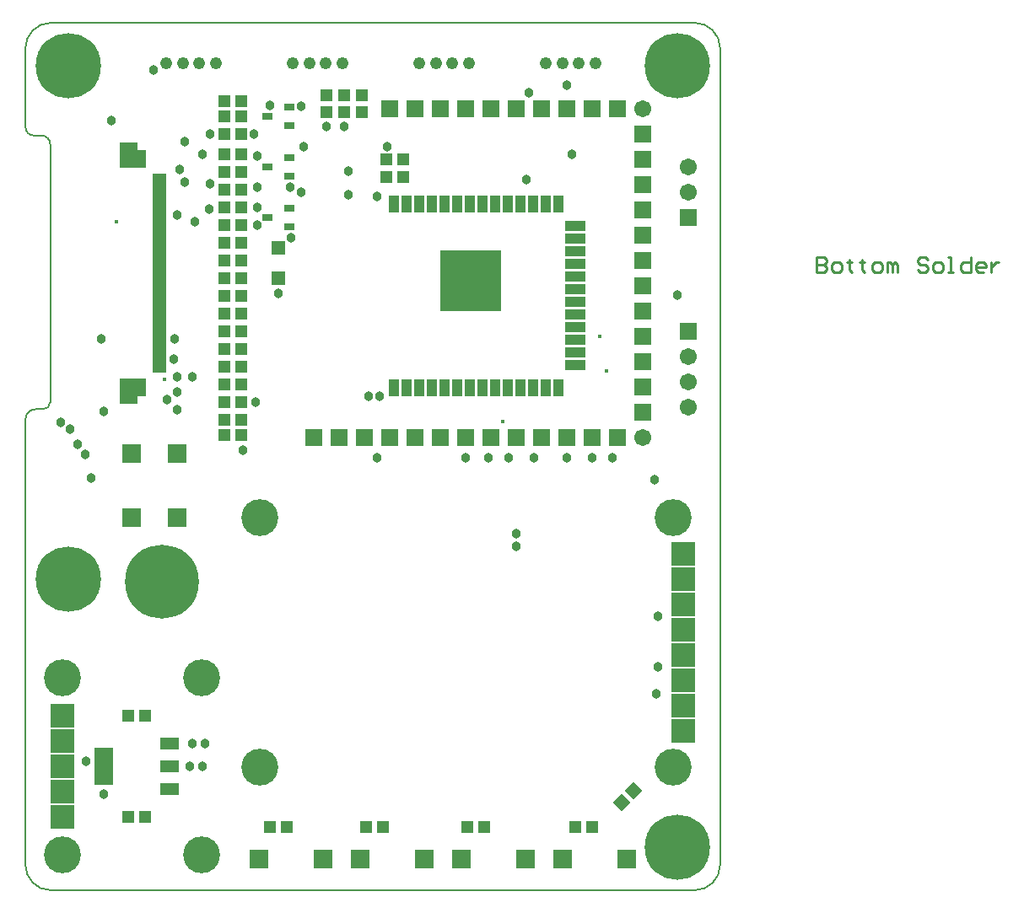
<source format=gbs>
G04 Layer_Color=16711935*
%FSLAX25Y25*%
%MOIN*%
G70*
G01*
G75*
%ADD13C,0.00800*%
%ADD16C,0.01000*%
%ADD17C,0.00799*%
%ADD47R,0.05131X0.04737*%
%ADD50C,0.14579*%
%ADD51R,0.09687X0.09687*%
%ADD52R,0.09607X0.09607*%
%ADD53C,0.06706*%
%ADD54R,0.06706X0.06706*%
%ADD55R,0.06706X0.06706*%
%ADD56C,0.29200*%
%ADD57R,0.07600X0.07600*%
%ADD58R,0.07600X0.07600*%
%ADD59C,0.25800*%
%ADD60C,0.04800*%
%ADD61C,0.03800*%
%ADD62C,0.01500*%
%ADD63R,0.04147X0.03162*%
%ADD64R,0.07690X0.14579*%
%ADD65R,0.07690X0.05131*%
%ADD66R,0.07690X0.05131*%
%ADD67R,0.04343X0.06706*%
%ADD68R,0.24422X0.24422*%
%ADD69R,0.08280X0.04343*%
%ADD70R,0.08280X0.04343*%
%ADD71R,0.05328X0.05603*%
%ADD72R,0.04737X0.05131*%
G04:AMPARAMS|DCode=73|XSize=47.37mil|YSize=51.31mil|CornerRadius=0mil|HoleSize=0mil|Usage=FLASHONLY|Rotation=135.000|XOffset=0mil|YOffset=0mil|HoleType=Round|Shape=Rectangle|*
%AMROTATEDRECTD73*
4,1,4,0.03489,0.00139,-0.00139,-0.03489,-0.03489,-0.00139,0.00139,0.03489,0.03489,0.00139,0.0*
%
%ADD73ROTATEDRECTD73*%

%ADD74R,0.05524X0.01981*%
G36*
X47563Y71878D02*
X44413D01*
Y68728D01*
X37327D01*
Y78965D01*
X47563D01*
Y71878D01*
D02*
G37*
G36*
X44413Y169122D02*
X47563D01*
Y162035D01*
X37327D01*
Y172272D01*
X44413D01*
Y169122D01*
D02*
G37*
D13*
X7000Y66700D02*
G03*
X9800Y69500I0J2800D01*
G01*
X4000Y66700D02*
G03*
X0Y62700I0J-4000D01*
G01*
X9800Y171500D02*
G03*
X6400Y174900I-3400J0D01*
G01*
X0Y178300D02*
G03*
X3400Y174900I3400J0D01*
G01*
X0Y-113500D02*
G03*
X10000Y-123500I10000J0D01*
G01*
X10000Y219500D02*
G03*
X0Y209500I0J-10000D01*
G01*
X274500Y209500D02*
G03*
X264500Y219500I-10000J0D01*
G01*
X264500Y-123500D02*
G03*
X274500Y-113500I0J10000D01*
G01*
X0Y178300D02*
Y209500D01*
X9800Y69500D02*
Y171500D01*
X0Y-113500D02*
Y62700D01*
X10000Y-123500D02*
X264500D01*
X274500Y-113500D02*
Y209500D01*
D16*
X312725Y126841D02*
Y120843D01*
X315724D01*
X316723Y121842D01*
Y122842D01*
X315724Y123842D01*
X312725D01*
X315724D01*
X316723Y124841D01*
Y125841D01*
X315724Y126841D01*
X312725D01*
X319722Y120843D02*
X321722D01*
X322722Y121842D01*
Y123842D01*
X321722Y124841D01*
X319722D01*
X318723Y123842D01*
Y121842D01*
X319722Y120843D01*
X325721Y125841D02*
Y124841D01*
X324721D01*
X326720D01*
X325721D01*
Y121842D01*
X326720Y120843D01*
X330719Y125841D02*
Y124841D01*
X329719D01*
X331719D01*
X330719D01*
Y121842D01*
X331719Y120843D01*
X335717D02*
X337717D01*
X338716Y121842D01*
Y123842D01*
X337717Y124841D01*
X335717D01*
X334718Y123842D01*
Y121842D01*
X335717Y120843D01*
X340716D02*
Y124841D01*
X341715D01*
X342715Y123842D01*
Y120843D01*
Y123842D01*
X343715Y124841D01*
X344714Y123842D01*
Y120843D01*
X356711Y125841D02*
X355711Y126841D01*
X353711D01*
X352712Y125841D01*
Y124841D01*
X353711Y123842D01*
X355711D01*
X356711Y122842D01*
Y121842D01*
X355711Y120843D01*
X353711D01*
X352712Y121842D01*
X359710Y120843D02*
X361709D01*
X362708Y121842D01*
Y123842D01*
X361709Y124841D01*
X359710D01*
X358710Y123842D01*
Y121842D01*
X359710Y120843D01*
X364708D02*
X366707D01*
X365708D01*
Y126841D01*
X364708D01*
X373705D02*
Y120843D01*
X370706D01*
X369706Y121842D01*
Y123842D01*
X370706Y124841D01*
X373705D01*
X378703Y120843D02*
X376704D01*
X375704Y121842D01*
Y123842D01*
X376704Y124841D01*
X378703D01*
X379703Y123842D01*
Y122842D01*
X375704D01*
X381702Y124841D02*
Y120843D01*
Y122842D01*
X382702Y123842D01*
X383702Y124841D01*
X384701D01*
D17*
X4000Y66700D02*
X7000D01*
X3400Y174900D02*
X6400D01*
X10000Y219500D02*
X264500D01*
D47*
X217154Y-98500D02*
D03*
X223847D02*
D03*
X134653D02*
D03*
X141347D02*
D03*
X181346D02*
D03*
X174653D02*
D03*
X40653Y-94500D02*
D03*
X47346D02*
D03*
X40653Y-54500D02*
D03*
X47346D02*
D03*
X78654Y69500D02*
D03*
X85347D02*
D03*
X149346Y165500D02*
D03*
X142654D02*
D03*
Y158500D02*
D03*
X149346D02*
D03*
X78654Y76500D02*
D03*
X85347D02*
D03*
Y104500D02*
D03*
X78654D02*
D03*
X85347Y118500D02*
D03*
X78654D02*
D03*
X85347Y125500D02*
D03*
X78654D02*
D03*
X85347Y132500D02*
D03*
X78654D02*
D03*
X85347Y175500D02*
D03*
X78654D02*
D03*
X78654Y83500D02*
D03*
X85347D02*
D03*
X78654Y90500D02*
D03*
X85347D02*
D03*
X78654Y97500D02*
D03*
X85347D02*
D03*
Y111500D02*
D03*
X78654D02*
D03*
Y139500D02*
D03*
X85347D02*
D03*
X78654Y146500D02*
D03*
X85347D02*
D03*
X78654Y153500D02*
D03*
X85347D02*
D03*
X78654Y160500D02*
D03*
X85347D02*
D03*
X78654Y188500D02*
D03*
X85347D02*
D03*
X78654Y182500D02*
D03*
X85347D02*
D03*
X85347Y167500D02*
D03*
X78654D02*
D03*
Y62500D02*
D03*
X85347D02*
D03*
X78654Y56500D02*
D03*
X85347D02*
D03*
X96653Y-98500D02*
D03*
X103347D02*
D03*
D50*
X256063Y-74713D02*
D03*
X92677D02*
D03*
Y23713D02*
D03*
X256063D02*
D03*
X14500Y-109500D02*
D03*
Y-39500D02*
D03*
X69500Y-109500D02*
D03*
Y-39500D02*
D03*
D51*
X260000Y9500D02*
D03*
Y-500D02*
D03*
D52*
Y-10500D02*
D03*
Y-20500D02*
D03*
Y-30500D02*
D03*
Y-40500D02*
D03*
Y-50500D02*
D03*
Y-60500D02*
D03*
X14500Y-74500D02*
D03*
Y-94500D02*
D03*
Y-84500D02*
D03*
Y-54500D02*
D03*
Y-64500D02*
D03*
D53*
X262000Y67500D02*
D03*
Y77500D02*
D03*
Y87500D02*
D03*
X244000Y185500D02*
D03*
X262000Y152500D02*
D03*
Y162500D02*
D03*
X244000Y55500D02*
D03*
D54*
X262000Y97500D02*
D03*
X244000Y165500D02*
D03*
Y85500D02*
D03*
X234000Y185500D02*
D03*
X194000D02*
D03*
X184000D02*
D03*
X174000D02*
D03*
X124000Y55500D02*
D03*
X244000Y95500D02*
D03*
Y115500D02*
D03*
X262000Y142500D02*
D03*
X244000Y175500D02*
D03*
Y155500D02*
D03*
X214000Y55500D02*
D03*
X204000D02*
D03*
X194000D02*
D03*
X184000D02*
D03*
X164000D02*
D03*
X154000D02*
D03*
X144000D02*
D03*
D55*
X224000Y185500D02*
D03*
X214000D02*
D03*
X204000D02*
D03*
X234000Y55500D02*
D03*
X244000Y105500D02*
D03*
Y125500D02*
D03*
Y135500D02*
D03*
Y145500D02*
D03*
X144000Y185500D02*
D03*
X224000Y55500D02*
D03*
X154000Y185500D02*
D03*
X164000D02*
D03*
X134000Y55500D02*
D03*
X114000D02*
D03*
X244000Y75500D02*
D03*
Y65500D02*
D03*
X174000Y55500D02*
D03*
D56*
X54000Y-1500D02*
D03*
D57*
X172402Y-111000D02*
D03*
X197598D02*
D03*
X117598D02*
D03*
X92402D02*
D03*
X157598D02*
D03*
X132402D02*
D03*
X212402D02*
D03*
X237598D02*
D03*
D58*
X42000Y23902D02*
D03*
Y49098D02*
D03*
X60000Y49098D02*
D03*
Y23902D02*
D03*
D59*
X257500Y202500D02*
D03*
Y-106500D02*
D03*
X17000Y202500D02*
D03*
Y-500D02*
D03*
D60*
X75224Y203500D02*
D03*
X68630D02*
D03*
X62134D02*
D03*
X55539D02*
D03*
X105539D02*
D03*
X112134D02*
D03*
X118630D02*
D03*
X125224D02*
D03*
X175224D02*
D03*
X168630D02*
D03*
X162134D02*
D03*
X155539D02*
D03*
X205539D02*
D03*
X212134D02*
D03*
X218630D02*
D03*
X225224D02*
D03*
D61*
X214000Y195000D02*
D03*
X199000Y192000D02*
D03*
X250000Y-35000D02*
D03*
X90300Y175500D02*
D03*
X65000Y-74500D02*
D03*
X70000D02*
D03*
X71000Y-65500D02*
D03*
X31000Y-85500D02*
D03*
X24000Y-72500D02*
D03*
X194000Y17500D02*
D03*
Y12500D02*
D03*
X60000Y79500D02*
D03*
X58500Y86500D02*
D03*
X56000Y70500D02*
D03*
X60000Y73500D02*
D03*
Y66500D02*
D03*
X30000Y94500D02*
D03*
X60000Y143500D02*
D03*
X119000Y178500D02*
D03*
X126000D02*
D03*
X63000Y156500D02*
D03*
X66000Y79500D02*
D03*
X86000Y50500D02*
D03*
X109000Y152500D02*
D03*
X70000Y167500D02*
D03*
X73000Y175500D02*
D03*
X67000Y141000D02*
D03*
X109000Y186500D02*
D03*
X59000Y94500D02*
D03*
X198000Y157500D02*
D03*
X216000Y167500D02*
D03*
X17500Y59000D02*
D03*
X14000Y61500D02*
D03*
X257500Y112000D02*
D03*
X127500Y151500D02*
D03*
Y161000D02*
D03*
X143000Y170500D02*
D03*
X139000Y151000D02*
D03*
X104500Y154500D02*
D03*
X91500D02*
D03*
Y146500D02*
D03*
Y139500D02*
D03*
X105000Y134500D02*
D03*
X100000Y112500D02*
D03*
X91000Y69500D02*
D03*
X140000Y72000D02*
D03*
X135500D02*
D03*
X96500Y187000D02*
D03*
X110000Y170500D02*
D03*
X91500Y167000D02*
D03*
X73000Y156000D02*
D03*
X72500Y146000D02*
D03*
X63000Y172500D02*
D03*
X61000Y161500D02*
D03*
X139000Y47500D02*
D03*
X250000Y-15000D02*
D03*
X174000Y47500D02*
D03*
X201000D02*
D03*
X183000D02*
D03*
X214000D02*
D03*
X224000D02*
D03*
X248500Y39000D02*
D03*
X249300Y-45900D02*
D03*
X232000Y47500D02*
D03*
X191000D02*
D03*
X50500Y201000D02*
D03*
X34000Y181000D02*
D03*
X31000Y66000D02*
D03*
X66000Y-65500D02*
D03*
X26000Y39500D02*
D03*
X20500Y53000D02*
D03*
X23500Y49000D02*
D03*
D62*
X229500Y82000D02*
D03*
X227000Y95500D02*
D03*
X36000Y141000D02*
D03*
X188500Y62000D02*
D03*
X55000Y78500D02*
D03*
D63*
X95768Y162500D02*
D03*
X104232Y158760D02*
D03*
Y166240D02*
D03*
X95768Y142500D02*
D03*
X104232Y138760D02*
D03*
Y146240D02*
D03*
Y186240D02*
D03*
Y178760D02*
D03*
X95768Y182500D02*
D03*
D64*
X31008Y-74500D02*
D03*
D65*
X56992Y-83555D02*
D03*
Y-74500D02*
D03*
D66*
Y-65445D02*
D03*
D67*
X145658Y75044D02*
D03*
X150658D02*
D03*
X155658D02*
D03*
X160658D02*
D03*
X165658D02*
D03*
X170658D02*
D03*
X175658D02*
D03*
X180658D02*
D03*
X185658D02*
D03*
X190658D02*
D03*
X195658D02*
D03*
X200658D02*
D03*
X205658D02*
D03*
X210658D02*
D03*
Y147914D02*
D03*
X205658D02*
D03*
X200658D02*
D03*
X195658D02*
D03*
X190658D02*
D03*
X185658D02*
D03*
X180658D02*
D03*
X175658D02*
D03*
X170658D02*
D03*
X165658D02*
D03*
X160658D02*
D03*
X155658D02*
D03*
X150658D02*
D03*
X145658D02*
D03*
D68*
X176000Y117500D02*
D03*
D69*
X217410Y84036D02*
D03*
Y89036D02*
D03*
D70*
Y94036D02*
D03*
Y99036D02*
D03*
Y104036D02*
D03*
Y109036D02*
D03*
Y114036D02*
D03*
Y119036D02*
D03*
Y124036D02*
D03*
Y129036D02*
D03*
Y134036D02*
D03*
Y139036D02*
D03*
D71*
X100000Y130602D02*
D03*
Y118398D02*
D03*
D72*
X133000Y184153D02*
D03*
Y190847D02*
D03*
X126000Y190847D02*
D03*
Y184153D02*
D03*
X119000Y190847D02*
D03*
Y184153D02*
D03*
D73*
X235634Y-88866D02*
D03*
X240366Y-84134D02*
D03*
D74*
X53075Y82114D02*
D03*
Y84083D02*
D03*
Y86051D02*
D03*
Y88020D02*
D03*
Y89988D02*
D03*
Y91957D02*
D03*
Y93925D02*
D03*
Y95894D02*
D03*
Y97862D02*
D03*
Y99831D02*
D03*
Y101799D02*
D03*
Y103768D02*
D03*
Y105736D02*
D03*
Y107705D02*
D03*
Y109673D02*
D03*
Y111642D02*
D03*
Y113610D02*
D03*
Y115579D02*
D03*
Y117547D02*
D03*
Y119516D02*
D03*
Y121484D02*
D03*
Y123453D02*
D03*
Y125421D02*
D03*
Y127390D02*
D03*
Y129358D02*
D03*
Y131327D02*
D03*
Y133295D02*
D03*
Y135264D02*
D03*
Y137232D02*
D03*
Y139201D02*
D03*
Y141169D02*
D03*
Y143138D02*
D03*
Y145106D02*
D03*
Y147075D02*
D03*
Y149043D02*
D03*
Y151012D02*
D03*
Y152980D02*
D03*
Y154949D02*
D03*
Y156917D02*
D03*
Y158886D02*
D03*
M02*

</source>
